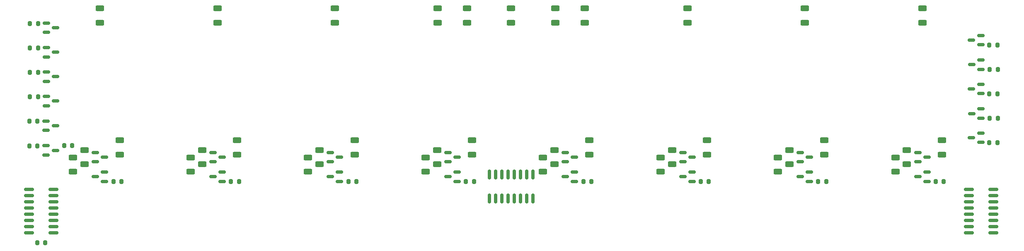
<source format=gbr>
%TF.GenerationSoftware,KiCad,Pcbnew,8.0.3*%
%TF.CreationDate,2024-07-12T14:04:41+12:00*%
%TF.ProjectId,nixie_board,6e697869-655f-4626-9f61-72642e6b6963,0.1.2*%
%TF.SameCoordinates,Original*%
%TF.FileFunction,Paste,Top*%
%TF.FilePolarity,Positive*%
%FSLAX46Y46*%
G04 Gerber Fmt 4.6, Leading zero omitted, Abs format (unit mm)*
G04 Created by KiCad (PCBNEW 8.0.3) date 2024-07-12 14:04:41*
%MOMM*%
%LPD*%
G01*
G04 APERTURE LIST*
G04 Aperture macros list*
%AMRoundRect*
0 Rectangle with rounded corners*
0 $1 Rounding radius*
0 $2 $3 $4 $5 $6 $7 $8 $9 X,Y pos of 4 corners*
0 Add a 4 corners polygon primitive as box body*
4,1,4,$2,$3,$4,$5,$6,$7,$8,$9,$2,$3,0*
0 Add four circle primitives for the rounded corners*
1,1,$1+$1,$2,$3*
1,1,$1+$1,$4,$5*
1,1,$1+$1,$6,$7*
1,1,$1+$1,$8,$9*
0 Add four rect primitives between the rounded corners*
20,1,$1+$1,$2,$3,$4,$5,0*
20,1,$1+$1,$4,$5,$6,$7,0*
20,1,$1+$1,$6,$7,$8,$9,0*
20,1,$1+$1,$8,$9,$2,$3,0*%
G04 Aperture macros list end*
%ADD10RoundRect,0.200000X-0.200000X-0.275000X0.200000X-0.275000X0.200000X0.275000X-0.200000X0.275000X0*%
%ADD11RoundRect,0.200000X0.200000X0.275000X-0.200000X0.275000X-0.200000X-0.275000X0.200000X-0.275000X0*%
%ADD12RoundRect,0.150000X-0.587500X-0.150000X0.587500X-0.150000X0.587500X0.150000X-0.587500X0.150000X0*%
%ADD13RoundRect,0.250000X0.625000X-0.312500X0.625000X0.312500X-0.625000X0.312500X-0.625000X-0.312500X0*%
%ADD14RoundRect,0.250000X-0.625000X0.312500X-0.625000X-0.312500X0.625000X-0.312500X0.625000X0.312500X0*%
%ADD15RoundRect,0.150000X0.587500X0.150000X-0.587500X0.150000X-0.587500X-0.150000X0.587500X-0.150000X0*%
%ADD16RoundRect,0.150000X0.825000X0.150000X-0.825000X0.150000X-0.825000X-0.150000X0.825000X-0.150000X0*%
%ADD17RoundRect,0.150000X0.150000X-0.825000X0.150000X0.825000X-0.150000X0.825000X-0.150000X-0.825000X0*%
%ADD18RoundRect,0.150000X-0.825000X-0.150000X0.825000X-0.150000X0.825000X0.150000X-0.825000X0.150000X0*%
G04 APERTURE END LIST*
D10*
%TO.C,R3*%
X54575000Y-86600000D03*
X56225000Y-86600000D03*
%TD*%
D11*
%TO.C,R32*%
X97387500Y-98950000D03*
X95737500Y-98950000D03*
%TD*%
D12*
%TO.C,Q14*%
X92062500Y-93050000D03*
X92062500Y-94950000D03*
X93937500Y-94000000D03*
%TD*%
D13*
%TO.C,R37*%
X137860000Y-95462500D03*
X137860000Y-92537500D03*
%TD*%
%TO.C,R23*%
X213000000Y-66462500D03*
X213000000Y-63537500D03*
%TD*%
D10*
%TO.C,R10*%
X54675000Y-66600000D03*
X56325000Y-66600000D03*
%TD*%
D14*
%TO.C,R50*%
X207490000Y-94057500D03*
X207490000Y-96982500D03*
%TD*%
D10*
%TO.C,R9*%
X54675000Y-71600000D03*
X56325000Y-71600000D03*
%TD*%
D11*
%TO.C,R28*%
X73387500Y-98950000D03*
X71737500Y-98950000D03*
%TD*%
D15*
%TO.C,Q15*%
X93937500Y-98950000D03*
X93937500Y-97050000D03*
X92062500Y-98000000D03*
%TD*%
D12*
%TO.C,Q11*%
X58000000Y-91650000D03*
X58000000Y-93550000D03*
X59875000Y-92600000D03*
%TD*%
D13*
%TO.C,R17*%
X162000000Y-66462500D03*
X162000000Y-63537500D03*
%TD*%
D11*
%TO.C,R22*%
X63300000Y-91600000D03*
X61650000Y-91600000D03*
%TD*%
D13*
%TO.C,R33*%
X113860000Y-95462500D03*
X113860000Y-92537500D03*
%TD*%
D14*
%TO.C,R26*%
X63490000Y-94057500D03*
X63490000Y-96982500D03*
%TD*%
D16*
%TO.C,U1*%
X251475000Y-109445000D03*
X251475000Y-108175000D03*
X251475000Y-106905000D03*
X251475000Y-105635000D03*
X251475000Y-104365000D03*
X251475000Y-103095000D03*
X251475000Y-101825000D03*
X251475000Y-100555000D03*
X246525000Y-100555000D03*
X246525000Y-101825000D03*
X246525000Y-103095000D03*
X246525000Y-104365000D03*
X246525000Y-105635000D03*
X246525000Y-106905000D03*
X246525000Y-108175000D03*
X246525000Y-109445000D03*
%TD*%
D14*
%TO.C,R54*%
X231490000Y-94057500D03*
X231490000Y-96982500D03*
%TD*%
D13*
%TO.C,R51*%
X217000000Y-93462500D03*
X217000000Y-90537500D03*
%TD*%
D12*
%TO.C,Q18*%
X140062500Y-93050000D03*
X140062500Y-94950000D03*
X141937500Y-94000000D03*
%TD*%
D13*
%TO.C,R53*%
X233860000Y-95462500D03*
X233860000Y-92537500D03*
%TD*%
D12*
%TO.C,Q2*%
X58000000Y-86600000D03*
X58000000Y-88500000D03*
X59875000Y-87550000D03*
%TD*%
D13*
%TO.C,R21*%
X189000000Y-66462500D03*
X189000000Y-63537500D03*
%TD*%
D10*
%TO.C,R4*%
X54675000Y-81600000D03*
X56325000Y-81600000D03*
%TD*%
D13*
%TO.C,R55*%
X241000000Y-93462500D03*
X241000000Y-90537500D03*
%TD*%
D12*
%TO.C,Q22*%
X188062500Y-93050000D03*
X188062500Y-94950000D03*
X189937500Y-94000000D03*
%TD*%
D13*
%TO.C,R31*%
X97000000Y-93462500D03*
X97000000Y-90537500D03*
%TD*%
D15*
%TO.C,Q21*%
X165937500Y-98950000D03*
X165937500Y-97050000D03*
X164062500Y-98000000D03*
%TD*%
D13*
%TO.C,R41*%
X161860000Y-95462500D03*
X161860000Y-92537500D03*
%TD*%
D11*
%TO.C,R52*%
X217387500Y-98950000D03*
X215737500Y-98950000D03*
%TD*%
D10*
%TO.C,R8*%
X54675000Y-76600000D03*
X56325000Y-76600000D03*
%TD*%
D12*
%TO.C,Q4*%
X58062500Y-76550000D03*
X58062500Y-78450000D03*
X59937500Y-77500000D03*
%TD*%
D13*
%TO.C,R16*%
X153000000Y-66462500D03*
X153000000Y-63537500D03*
%TD*%
D15*
%TO.C,Q19*%
X141937500Y-98950000D03*
X141937500Y-97050000D03*
X140062500Y-98000000D03*
%TD*%
%TO.C,Q23*%
X189937500Y-98950000D03*
X189937500Y-97050000D03*
X188062500Y-98000000D03*
%TD*%
D14*
%TO.C,R38*%
X135490000Y-94057500D03*
X135490000Y-96982500D03*
%TD*%
D13*
%TO.C,R18*%
X168000000Y-66462500D03*
X168000000Y-63537500D03*
%TD*%
D11*
%TO.C,R44*%
X169387500Y-98950000D03*
X167737500Y-98950000D03*
%TD*%
D17*
%TO.C,U2*%
X148555000Y-102475000D03*
X149825000Y-102475000D03*
X151095000Y-102475000D03*
X152365000Y-102475000D03*
X153635000Y-102475000D03*
X154905000Y-102475000D03*
X156175000Y-102475000D03*
X157445000Y-102475000D03*
X157445000Y-97525000D03*
X156175000Y-97525000D03*
X154905000Y-97525000D03*
X153635000Y-97525000D03*
X152365000Y-97525000D03*
X151095000Y-97525000D03*
X149825000Y-97525000D03*
X148555000Y-97525000D03*
%TD*%
D13*
%TO.C,R27*%
X73000000Y-93462500D03*
X73000000Y-90537500D03*
%TD*%
D11*
%TO.C,R15*%
X252325000Y-81000000D03*
X250675000Y-81000000D03*
%TD*%
%TO.C,R2*%
X252325000Y-91000000D03*
X250675000Y-91000000D03*
%TD*%
D13*
%TO.C,R47*%
X193000000Y-93462500D03*
X193000000Y-90537500D03*
%TD*%
D15*
%TO.C,Q17*%
X117937500Y-98950000D03*
X117937500Y-97050000D03*
X116062500Y-98000000D03*
%TD*%
D12*
%TO.C,Q16*%
X116062500Y-93050000D03*
X116062500Y-94950000D03*
X117937500Y-94000000D03*
%TD*%
D11*
%TO.C,R13*%
X252325000Y-71000000D03*
X250675000Y-71000000D03*
%TD*%
D13*
%TO.C,R7*%
X117000000Y-66462500D03*
X117000000Y-63537500D03*
%TD*%
D11*
%TO.C,R19*%
X252425000Y-86000000D03*
X250775000Y-86000000D03*
%TD*%
D13*
%TO.C,R25*%
X65860000Y-95462500D03*
X65860000Y-92537500D03*
%TD*%
D11*
%TO.C,R40*%
X145387500Y-98950000D03*
X143737500Y-98950000D03*
%TD*%
%TO.C,R36*%
X121387500Y-98950000D03*
X119737500Y-98950000D03*
%TD*%
D13*
%TO.C,R49*%
X209860000Y-95462500D03*
X209860000Y-92537500D03*
%TD*%
D12*
%TO.C,Q26*%
X236062500Y-93050000D03*
X236062500Y-94950000D03*
X237937500Y-94000000D03*
%TD*%
%TO.C,Q3*%
X58062500Y-81550000D03*
X58062500Y-83450000D03*
X59937500Y-82500000D03*
%TD*%
D13*
%TO.C,R12*%
X144000000Y-66462500D03*
X144000000Y-63537500D03*
%TD*%
%TO.C,R39*%
X145000000Y-93462500D03*
X145000000Y-90537500D03*
%TD*%
D12*
%TO.C,Q20*%
X164062500Y-93050000D03*
X164062500Y-94950000D03*
X165937500Y-94000000D03*
%TD*%
D11*
%TO.C,R56*%
X241387500Y-98950000D03*
X239737500Y-98950000D03*
%TD*%
D15*
%TO.C,Q9*%
X248937500Y-80950000D03*
X248937500Y-79050000D03*
X247062500Y-80000000D03*
%TD*%
%TO.C,Q8*%
X249000000Y-76000000D03*
X249000000Y-74100000D03*
X247125000Y-75050000D03*
%TD*%
D14*
%TO.C,R30*%
X87490000Y-94057500D03*
X87490000Y-96982500D03*
%TD*%
%TO.C,R34*%
X111490000Y-94057500D03*
X111490000Y-96982500D03*
%TD*%
D10*
%TO.C,R20*%
X54575000Y-91700000D03*
X56225000Y-91700000D03*
%TD*%
D13*
%TO.C,R43*%
X169000000Y-93462500D03*
X169000000Y-90537500D03*
%TD*%
D12*
%TO.C,Q12*%
X68062500Y-93050000D03*
X68062500Y-94950000D03*
X69937500Y-94000000D03*
%TD*%
%TO.C,Q6*%
X58062500Y-66550000D03*
X58062500Y-68450000D03*
X59937500Y-67500000D03*
%TD*%
D13*
%TO.C,R35*%
X121000000Y-93462500D03*
X121000000Y-90537500D03*
%TD*%
D15*
%TO.C,Q25*%
X213937500Y-98950000D03*
X213937500Y-97050000D03*
X212062500Y-98000000D03*
%TD*%
D11*
%TO.C,R48*%
X193387500Y-98950000D03*
X191737500Y-98950000D03*
%TD*%
D15*
%TO.C,Q7*%
X248937500Y-70950000D03*
X248937500Y-69050000D03*
X247062500Y-70000000D03*
%TD*%
%TO.C,Q13*%
X69937500Y-98950000D03*
X69937500Y-97050000D03*
X68062500Y-98000000D03*
%TD*%
D13*
%TO.C,R5*%
X69000000Y-66462500D03*
X69000000Y-63537500D03*
%TD*%
%TO.C,R24*%
X237000000Y-66462500D03*
X237000000Y-63537500D03*
%TD*%
D10*
%TO.C,R1*%
X56175000Y-111500000D03*
X57825000Y-111500000D03*
%TD*%
D13*
%TO.C,R11*%
X138000000Y-66462500D03*
X138000000Y-63537500D03*
%TD*%
D12*
%TO.C,Q5*%
X58062500Y-71550000D03*
X58062500Y-73450000D03*
X59937500Y-72500000D03*
%TD*%
D15*
%TO.C,Q10*%
X249000000Y-86000000D03*
X249000000Y-84100000D03*
X247125000Y-85050000D03*
%TD*%
D13*
%TO.C,R45*%
X185860000Y-95462500D03*
X185860000Y-92537500D03*
%TD*%
D15*
%TO.C,Q1*%
X248937500Y-90950000D03*
X248937500Y-89050000D03*
X247062500Y-90000000D03*
%TD*%
D18*
%TO.C,U3*%
X54525000Y-100555000D03*
X54525000Y-101825000D03*
X54525000Y-103095000D03*
X54525000Y-104365000D03*
X54525000Y-105635000D03*
X54525000Y-106905000D03*
X54525000Y-108175000D03*
X54525000Y-109445000D03*
X59475000Y-109445000D03*
X59475000Y-108175000D03*
X59475000Y-106905000D03*
X59475000Y-105635000D03*
X59475000Y-104365000D03*
X59475000Y-103095000D03*
X59475000Y-101825000D03*
X59475000Y-100555000D03*
%TD*%
D15*
%TO.C,Q27*%
X237937500Y-98950000D03*
X237937500Y-97050000D03*
X236062500Y-98000000D03*
%TD*%
D13*
%TO.C,R29*%
X89860000Y-95462500D03*
X89860000Y-92537500D03*
%TD*%
D12*
%TO.C,Q24*%
X212062500Y-93050000D03*
X212062500Y-94950000D03*
X213937500Y-94000000D03*
%TD*%
D13*
%TO.C,R6*%
X93000000Y-66462500D03*
X93000000Y-63537500D03*
%TD*%
D14*
%TO.C,R46*%
X183490000Y-94057500D03*
X183490000Y-96982500D03*
%TD*%
%TO.C,R42*%
X159490000Y-94057500D03*
X159490000Y-96982500D03*
%TD*%
D11*
%TO.C,R14*%
X252425000Y-76000000D03*
X250775000Y-76000000D03*
%TD*%
M02*

</source>
